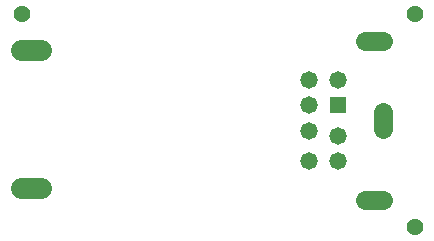
<source format=gbr>
G04 EAGLE Gerber RS-274X export*
G75*
%MOMM*%
%FSLAX34Y34*%
%LPD*%
%INSoldermask Bottom*%
%IPPOS*%
%AMOC8*
5,1,8,0,0,1.08239X$1,22.5*%
G01*
%ADD10C,1.280159*%
%ADD11C,1.432559*%
%ADD12C,1.803400*%
%ADD13R,1.477000X1.477000*%
%ADD14C,1.477000*%
%ADD15C,1.627000*%


D10*
X19050Y194310D03*
X351790Y194310D03*
X351790Y13970D03*
D11*
X19050Y194310D03*
X351790Y194310D03*
X351790Y13970D03*
X19050Y194310D03*
X351790Y194310D03*
X351790Y13970D03*
D12*
X34682Y163656D02*
X17918Y163656D01*
X17918Y46656D02*
X34682Y46656D01*
D13*
X286512Y116840D03*
D14*
X286512Y90840D03*
X286512Y69840D03*
X261512Y116840D03*
X286512Y137840D03*
X261512Y69840D03*
X261512Y94840D03*
X261512Y137840D03*
D15*
X309012Y171340D02*
X324012Y171340D01*
X324012Y36340D02*
X309012Y36340D01*
X324512Y96340D02*
X324512Y111340D01*
M02*

</source>
